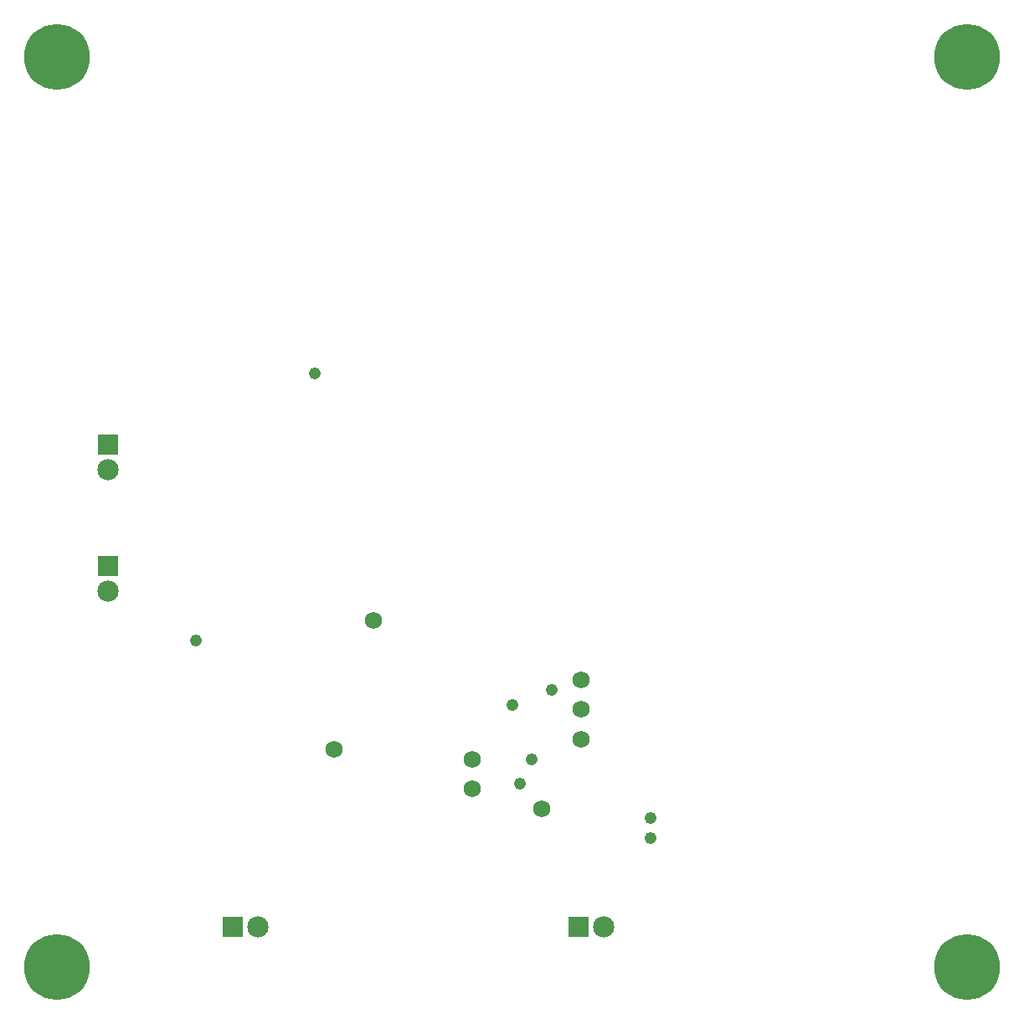
<source format=gbr>
G75*
G70*
%OFA0B0*%
%FSLAX24Y24*%
%IPPOS*%
%LPD*%
%AMOC8*
5,1,8,0,0,1.08239X$1,22.5*
%
%ADD10R,0.0848X0.0848*%
%ADD11C,0.0848*%
%ADD12C,0.2620*%
%ADD13C,0.0680*%
%ADD14C,0.0476*%
D10*
X008656Y003250D03*
X022435Y003250D03*
X003695Y017613D03*
X003695Y022455D03*
D11*
X003695Y021455D03*
X003695Y016613D03*
X009656Y003250D03*
X023435Y003250D03*
D12*
X001676Y001676D03*
X001676Y037896D03*
X037896Y037896D03*
X037896Y001676D03*
D13*
X022542Y010731D03*
X022542Y011912D03*
X022542Y013093D03*
X018211Y009943D03*
X018211Y008762D03*
X020967Y007975D03*
X014274Y015455D03*
X012699Y010337D03*
D14*
X007187Y014668D03*
X011912Y025298D03*
X021361Y012699D03*
X019786Y012109D03*
X020573Y009943D03*
X020081Y008959D03*
X025298Y007581D03*
X025298Y006794D03*
M02*

</source>
